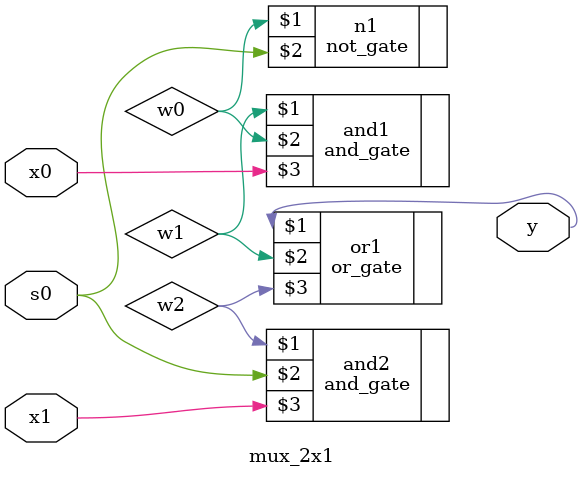
<source format=v>
module mux_2x1(y,x0,x1,s0);

    output y;
    input x0,x1,s0;
    wire w1,w2,w0;

    not_gate n1(w0,s0);
    and_gate and1(w1,w0,x0);
    and_gate and2(w2,s0,x1);
    or_gate or1(y,w1,w2);

endmodule
</source>
